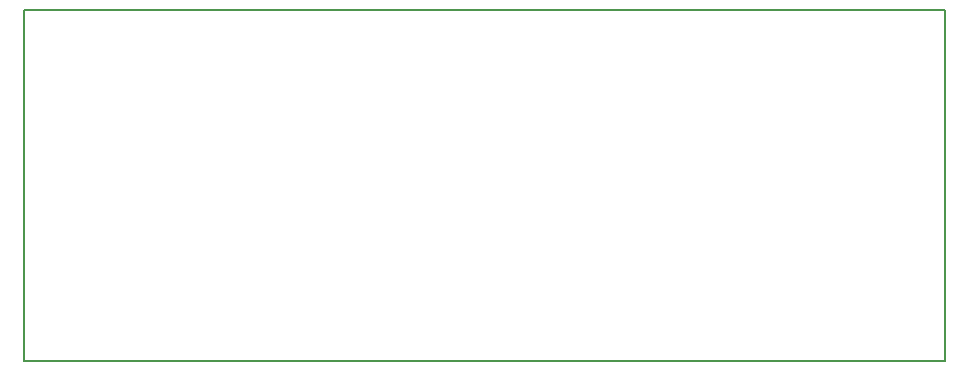
<source format=gbr>
%TF.GenerationSoftware,KiCad,Pcbnew,7.0.7*%
%TF.CreationDate,2024-05-03T13:44:01+01:00*%
%TF.ProjectId,MRF67-pro,4d524636-372d-4707-926f-2e6b69636164,rev?*%
%TF.SameCoordinates,Original*%
%TF.FileFunction,Profile,NP*%
%FSLAX46Y46*%
G04 Gerber Fmt 4.6, Leading zero omitted, Abs format (unit mm)*
G04 Created by KiCad (PCBNEW 7.0.7) date 2024-05-03 13:44:01*
%MOMM*%
%LPD*%
G01*
G04 APERTURE LIST*
%TA.AperFunction,Profile*%
%ADD10C,0.200000*%
%TD*%
G04 APERTURE END LIST*
D10*
X105791000Y-99441000D02*
X183769000Y-99441000D01*
X183769000Y-129159000D01*
X105791000Y-129159000D01*
X105791000Y-99441000D01*
M02*

</source>
